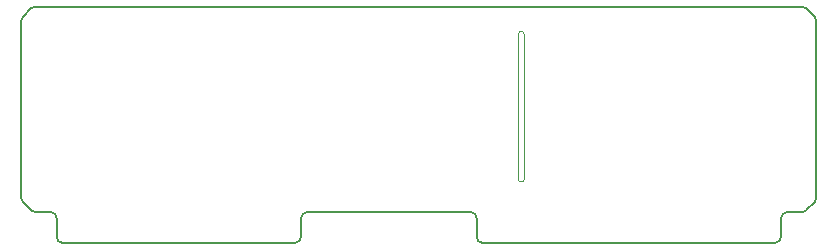
<source format=gbr>
%TF.GenerationSoftware,KiCad,Pcbnew,8.0.4*%
%TF.CreationDate,2024-11-04T15:39:35+01:00*%
%TF.ProjectId,Flipper_Zero_CAN_Module,466c6970-7065-4725-9f5a-65726f5f4341,rev?*%
%TF.SameCoordinates,Original*%
%TF.FileFunction,Profile,NP*%
%FSLAX46Y46*%
G04 Gerber Fmt 4.6, Leading zero omitted, Abs format (unit mm)*
G04 Created by KiCad (PCBNEW 8.0.4) date 2024-11-04 15:39:35*
%MOMM*%
%LPD*%
G01*
G04 APERTURE LIST*
%TA.AperFunction,Profile*%
%ADD10C,0.100000*%
%TD*%
%TA.AperFunction,Profile*%
%ADD11C,0.200000*%
%TD*%
G04 APERTURE END LIST*
D10*
X153500000Y-74000000D02*
G75*
G02*
X154000000Y-74000000I250000J0D01*
G01*
X154000000Y-74000000D02*
X154000000Y-86250000D01*
X154000000Y-86250000D02*
G75*
G02*
X153500000Y-86250000I-250000J0D01*
G01*
X153500000Y-74000000D02*
X153500000Y-86250000D01*
D11*
%TO.C,U7*%
X111403530Y-87852922D02*
X111403530Y-72867136D01*
X111549976Y-88206476D02*
X112257084Y-88913583D01*
X112257084Y-71806474D02*
X111549976Y-72513582D01*
X113903530Y-89060029D02*
X112610638Y-89060029D01*
X114403530Y-89560029D02*
X114403530Y-91160028D01*
X114903530Y-91660028D02*
X134603527Y-91660028D01*
X135103527Y-89560029D02*
X135103527Y-91160028D01*
X149463528Y-89060029D02*
X135603527Y-89060029D01*
X149963528Y-91160028D02*
X149963528Y-89560029D01*
X150463528Y-91660028D02*
X175243526Y-91660028D01*
X175743526Y-89560029D02*
X175743526Y-91160028D01*
X177536419Y-71660028D02*
X112610638Y-71660028D01*
X177536419Y-89060029D02*
X176243526Y-89060029D01*
X177889980Y-71806474D02*
X178597088Y-72513582D01*
X178597088Y-88206476D02*
X177889980Y-88913583D01*
X178743526Y-72867136D02*
X178743526Y-87852922D01*
X111403530Y-72867136D02*
G75*
G02*
X111549977Y-72513583I500020J-9D01*
G01*
X111549977Y-88206475D02*
G75*
G02*
X111403530Y-87852922I353545J353551D01*
G01*
X112257085Y-71806475D02*
G75*
G02*
X112610638Y-71660028I353567J-353584D01*
G01*
X112610638Y-89060029D02*
G75*
G02*
X112257085Y-88913582I-7J499981D01*
G01*
X113903530Y-89060029D02*
G75*
G02*
X114403530Y-89560029I-8J-500008D01*
G01*
X114903530Y-91660028D02*
G75*
G02*
X114403530Y-91160028I-12J499988D01*
G01*
X135103527Y-89560029D02*
G75*
G02*
X135603527Y-89060029I500018J-18D01*
G01*
X135103527Y-91160028D02*
G75*
G02*
X134603527Y-91660028I-499981J-19D01*
G01*
X149463528Y-89060029D02*
G75*
G02*
X149963483Y-89560029I-16J-499971D01*
G01*
X150463528Y-91660028D02*
G75*
G02*
X149963484Y-91160028I-16J500028D01*
G01*
X175743526Y-89560029D02*
G75*
G02*
X176243526Y-89060014I499986J29D01*
G01*
X175743526Y-91160028D02*
G75*
G02*
X175243526Y-91660114I-499214J-872D01*
G01*
X177536419Y-71660028D02*
G75*
G02*
X177889963Y-71806484I-7J-499972D01*
G01*
X177889972Y-88913582D02*
G75*
G02*
X177536419Y-89060054I-353560J353482D01*
G01*
X178597079Y-72513583D02*
G75*
G02*
X178743549Y-72867136I-353867J-353717D01*
G01*
X178743526Y-87852922D02*
G75*
G02*
X178597071Y-88206467I-500014J22D01*
G01*
%TD*%
M02*

</source>
